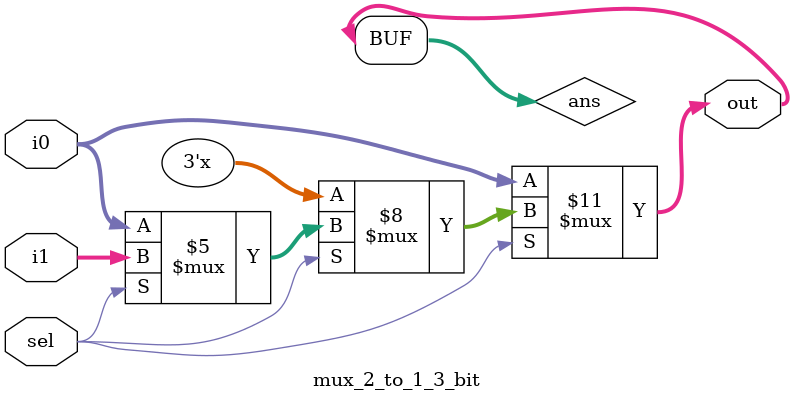
<source format=v>
module mux_2_to_1_3_bit(
    input wire [2:0] i0,
    input wire [2:0] i1,
    input wire sel,
    output [2:0] out
);

reg [2:0] ans;
always @(*) begin
    if (sel == 0)
        ans = i0;
    else if (sel == 1)
        ans = i1;
    else 
        ans = i0;
end

assign out = ans;

endmodule
</source>
